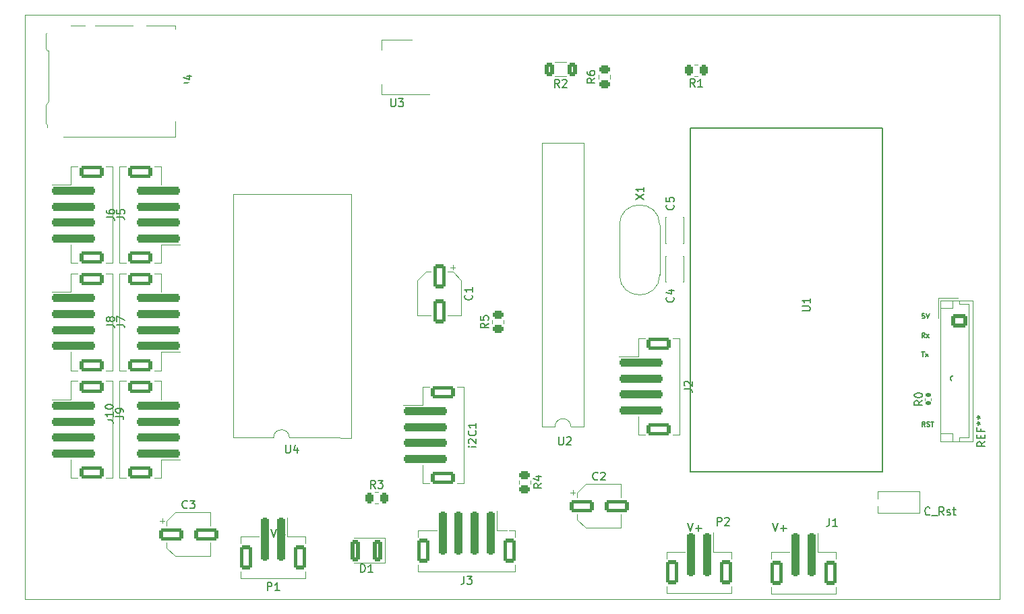
<source format=gbr>
G04 #@! TF.GenerationSoftware,KiCad,Pcbnew,8.0.1*
G04 #@! TF.CreationDate,2024-04-22T13:40:03+07:00*
G04 #@! TF.ProjectId,IncuTester_SMD,496e6375-5465-4737-9465-725f534d442e,rev?*
G04 #@! TF.SameCoordinates,Original*
G04 #@! TF.FileFunction,Legend,Top*
G04 #@! TF.FilePolarity,Positive*
%FSLAX46Y46*%
G04 Gerber Fmt 4.6, Leading zero omitted, Abs format (unit mm)*
G04 Created by KiCad (PCBNEW 8.0.1) date 2024-04-22 13:40:03*
%MOMM*%
%LPD*%
G01*
G04 APERTURE LIST*
G04 Aperture macros list*
%AMRoundRect*
0 Rectangle with rounded corners*
0 $1 Rounding radius*
0 $2 $3 $4 $5 $6 $7 $8 $9 X,Y pos of 4 corners*
0 Add a 4 corners polygon primitive as box body*
4,1,4,$2,$3,$4,$5,$6,$7,$8,$9,$2,$3,0*
0 Add four circle primitives for the rounded corners*
1,1,$1+$1,$2,$3*
1,1,$1+$1,$4,$5*
1,1,$1+$1,$6,$7*
1,1,$1+$1,$8,$9*
0 Add four rect primitives between the rounded corners*
20,1,$1+$1,$2,$3,$4,$5,0*
20,1,$1+$1,$4,$5,$6,$7,0*
20,1,$1+$1,$6,$7,$8,$9,0*
20,1,$1+$1,$8,$9,$2,$3,0*%
G04 Aperture macros list end*
%ADD10C,0.150000*%
%ADD11C,0.120000*%
%ADD12C,0.100000*%
%ADD13R,2.000000X1.500000*%
%ADD14R,2.000000X3.800000*%
%ADD15RoundRect,0.250000X0.250000X2.500000X-0.250000X2.500000X-0.250000X-2.500000X0.250000X-2.500000X0*%
%ADD16RoundRect,0.250000X0.550000X1.250000X-0.550000X1.250000X-0.550000X-1.250000X0.550000X-1.250000X0*%
%ADD17RoundRect,0.250000X-0.450000X0.262500X-0.450000X-0.262500X0.450000X-0.262500X0.450000X0.262500X0*%
%ADD18RoundRect,0.250000X0.262500X0.450000X-0.262500X0.450000X-0.262500X-0.450000X0.262500X-0.450000X0*%
%ADD19C,1.600000*%
%ADD20RoundRect,0.250000X-2.500000X0.250000X-2.500000X-0.250000X2.500000X-0.250000X2.500000X0.250000X0*%
%ADD21RoundRect,0.250000X-1.250000X0.550000X-1.250000X-0.550000X1.250000X-0.550000X1.250000X0.550000X0*%
%ADD22C,3.000000*%
%ADD23RoundRect,0.250000X-0.262500X-0.450000X0.262500X-0.450000X0.262500X0.450000X-0.262500X0.450000X0*%
%ADD24R,2.400000X1.600000*%
%ADD25O,2.400000X1.600000*%
%ADD26R,1.600000X1.600000*%
%ADD27O,1.600000X1.600000*%
%ADD28RoundRect,0.250000X0.450000X-0.262500X0.450000X0.262500X-0.450000X0.262500X-0.450000X-0.262500X0*%
%ADD29C,5.500000*%
%ADD30RoundRect,0.135000X0.185000X-0.135000X0.185000X0.135000X-0.185000X0.135000X-0.185000X-0.135000X0*%
%ADD31RoundRect,0.250000X2.500000X-0.250000X2.500000X0.250000X-2.500000X0.250000X-2.500000X-0.250000X0*%
%ADD32RoundRect,0.250000X1.250000X-0.550000X1.250000X0.550000X-1.250000X0.550000X-1.250000X-0.550000X0*%
%ADD33RoundRect,0.250000X-1.250000X-0.550000X1.250000X-0.550000X1.250000X0.550000X-1.250000X0.550000X0*%
%ADD34RoundRect,0.250000X0.312500X0.625000X-0.312500X0.625000X-0.312500X-0.625000X0.312500X-0.625000X0*%
%ADD35R,1.200000X0.700000*%
%ADD36R,0.800000X1.000000*%
%ADD37R,1.200000X1.000000*%
%ADD38R,2.800000X1.000000*%
%ADD39R,1.900000X1.300000*%
%ADD40C,1.500000*%
%ADD41RoundRect,0.250000X-0.725000X0.600000X-0.725000X-0.600000X0.725000X-0.600000X0.725000X0.600000X0*%
%ADD42O,1.950000X1.700000*%
%ADD43RoundRect,0.250000X0.375000X1.075000X-0.375000X1.075000X-0.375000X-1.075000X0.375000X-1.075000X0*%
%ADD44RoundRect,0.250000X-0.550000X1.250000X-0.550000X-1.250000X0.550000X-1.250000X0.550000X1.250000X0*%
%ADD45C,0.800000*%
G04 #@! TA.AperFunction,Profile*
%ADD46C,0.100000*%
G04 #@! TD*
G04 APERTURE END LIST*
D10*
X208572398Y-113710771D02*
X208372398Y-113425057D01*
X208229541Y-113710771D02*
X208229541Y-113110771D01*
X208229541Y-113110771D02*
X208458112Y-113110771D01*
X208458112Y-113110771D02*
X208515255Y-113139342D01*
X208515255Y-113139342D02*
X208543826Y-113167914D01*
X208543826Y-113167914D02*
X208572398Y-113225057D01*
X208572398Y-113225057D02*
X208572398Y-113310771D01*
X208572398Y-113310771D02*
X208543826Y-113367914D01*
X208543826Y-113367914D02*
X208515255Y-113396485D01*
X208515255Y-113396485D02*
X208458112Y-113425057D01*
X208458112Y-113425057D02*
X208229541Y-113425057D01*
X208800969Y-113682200D02*
X208886684Y-113710771D01*
X208886684Y-113710771D02*
X209029541Y-113710771D01*
X209029541Y-113710771D02*
X209086684Y-113682200D01*
X209086684Y-113682200D02*
X209115255Y-113653628D01*
X209115255Y-113653628D02*
X209143826Y-113596485D01*
X209143826Y-113596485D02*
X209143826Y-113539342D01*
X209143826Y-113539342D02*
X209115255Y-113482200D01*
X209115255Y-113482200D02*
X209086684Y-113453628D01*
X209086684Y-113453628D02*
X209029541Y-113425057D01*
X209029541Y-113425057D02*
X208915255Y-113396485D01*
X208915255Y-113396485D02*
X208858112Y-113367914D01*
X208858112Y-113367914D02*
X208829541Y-113339342D01*
X208829541Y-113339342D02*
X208800969Y-113282200D01*
X208800969Y-113282200D02*
X208800969Y-113225057D01*
X208800969Y-113225057D02*
X208829541Y-113167914D01*
X208829541Y-113167914D02*
X208858112Y-113139342D01*
X208858112Y-113139342D02*
X208915255Y-113110771D01*
X208915255Y-113110771D02*
X209058112Y-113110771D01*
X209058112Y-113110771D02*
X209143826Y-113139342D01*
X209315255Y-113110771D02*
X209658113Y-113110771D01*
X209486684Y-113710771D02*
X209486684Y-113110771D01*
X126431922Y-126631819D02*
X126765255Y-127631819D01*
X126765255Y-127631819D02*
X127098588Y-126631819D01*
X127431922Y-127250866D02*
X128193827Y-127250866D01*
X127812874Y-127631819D02*
X127812874Y-126869914D01*
X178755922Y-125869819D02*
X179089255Y-126869819D01*
X179089255Y-126869819D02*
X179422588Y-125869819D01*
X179755922Y-126488866D02*
X180517827Y-126488866D01*
X180136874Y-126869819D02*
X180136874Y-126107914D01*
X208167826Y-104358771D02*
X208510684Y-104358771D01*
X208339255Y-104958771D02*
X208339255Y-104358771D01*
X208653541Y-104958771D02*
X208967827Y-104558771D01*
X208653541Y-104558771D02*
X208967827Y-104958771D01*
X212115826Y-107377342D02*
X212058684Y-107348771D01*
X212058684Y-107348771D02*
X211972969Y-107348771D01*
X211972969Y-107348771D02*
X211887255Y-107377342D01*
X211887255Y-107377342D02*
X211830112Y-107434485D01*
X211830112Y-107434485D02*
X211801541Y-107491628D01*
X211801541Y-107491628D02*
X211772969Y-107605914D01*
X211772969Y-107605914D02*
X211772969Y-107691628D01*
X211772969Y-107691628D02*
X211801541Y-107805914D01*
X211801541Y-107805914D02*
X211830112Y-107863057D01*
X211830112Y-107863057D02*
X211887255Y-107920200D01*
X211887255Y-107920200D02*
X211972969Y-107948771D01*
X211972969Y-107948771D02*
X212030112Y-107948771D01*
X212030112Y-107948771D02*
X212115826Y-107920200D01*
X212115826Y-107920200D02*
X212144398Y-107891628D01*
X212144398Y-107891628D02*
X212144398Y-107691628D01*
X212144398Y-107691628D02*
X212030112Y-107691628D01*
X212401541Y-107948771D02*
X212401541Y-107348771D01*
X212401541Y-107348771D02*
X212744398Y-107948771D01*
X212744398Y-107948771D02*
X212744398Y-107348771D01*
X213030112Y-107948771D02*
X213030112Y-107348771D01*
X213030112Y-107348771D02*
X213172969Y-107348771D01*
X213172969Y-107348771D02*
X213258683Y-107377342D01*
X213258683Y-107377342D02*
X213315826Y-107434485D01*
X213315826Y-107434485D02*
X213344397Y-107491628D01*
X213344397Y-107491628D02*
X213372969Y-107605914D01*
X213372969Y-107605914D02*
X213372969Y-107691628D01*
X213372969Y-107691628D02*
X213344397Y-107805914D01*
X213344397Y-107805914D02*
X213315826Y-107863057D01*
X213315826Y-107863057D02*
X213258683Y-107920200D01*
X213258683Y-107920200D02*
X213172969Y-107948771D01*
X213172969Y-107948771D02*
X213030112Y-107948771D01*
X189423922Y-125869819D02*
X189757255Y-126869819D01*
X189757255Y-126869819D02*
X190090588Y-125869819D01*
X190423922Y-126488866D02*
X191185827Y-126488866D01*
X190804874Y-126869819D02*
X190804874Y-126107914D01*
X208509255Y-99528771D02*
X208223541Y-99528771D01*
X208223541Y-99528771D02*
X208194969Y-99814485D01*
X208194969Y-99814485D02*
X208223541Y-99785914D01*
X208223541Y-99785914D02*
X208280684Y-99757342D01*
X208280684Y-99757342D02*
X208423541Y-99757342D01*
X208423541Y-99757342D02*
X208480684Y-99785914D01*
X208480684Y-99785914D02*
X208509255Y-99814485D01*
X208509255Y-99814485D02*
X208537826Y-99871628D01*
X208537826Y-99871628D02*
X208537826Y-100014485D01*
X208537826Y-100014485D02*
X208509255Y-100071628D01*
X208509255Y-100071628D02*
X208480684Y-100100200D01*
X208480684Y-100100200D02*
X208423541Y-100128771D01*
X208423541Y-100128771D02*
X208280684Y-100128771D01*
X208280684Y-100128771D02*
X208223541Y-100100200D01*
X208223541Y-100100200D02*
X208194969Y-100071628D01*
X208709255Y-99528771D02*
X208909255Y-100128771D01*
X208909255Y-100128771D02*
X209109255Y-99528771D01*
X208526398Y-102548771D02*
X208326398Y-102263057D01*
X208183541Y-102548771D02*
X208183541Y-101948771D01*
X208183541Y-101948771D02*
X208412112Y-101948771D01*
X208412112Y-101948771D02*
X208469255Y-101977342D01*
X208469255Y-101977342D02*
X208497826Y-102005914D01*
X208497826Y-102005914D02*
X208526398Y-102063057D01*
X208526398Y-102063057D02*
X208526398Y-102148771D01*
X208526398Y-102148771D02*
X208497826Y-102205914D01*
X208497826Y-102205914D02*
X208469255Y-102234485D01*
X208469255Y-102234485D02*
X208412112Y-102263057D01*
X208412112Y-102263057D02*
X208183541Y-102263057D01*
X208726398Y-102548771D02*
X209040684Y-102148771D01*
X208726398Y-102148771D02*
X209040684Y-102548771D01*
X141478095Y-72534819D02*
X141478095Y-73344342D01*
X141478095Y-73344342D02*
X141525714Y-73439580D01*
X141525714Y-73439580D02*
X141573333Y-73487200D01*
X141573333Y-73487200D02*
X141668571Y-73534819D01*
X141668571Y-73534819D02*
X141859047Y-73534819D01*
X141859047Y-73534819D02*
X141954285Y-73487200D01*
X141954285Y-73487200D02*
X142001904Y-73439580D01*
X142001904Y-73439580D02*
X142049523Y-73344342D01*
X142049523Y-73344342D02*
X142049523Y-72534819D01*
X142430476Y-72534819D02*
X143049523Y-72534819D01*
X143049523Y-72534819D02*
X142716190Y-72915771D01*
X142716190Y-72915771D02*
X142859047Y-72915771D01*
X142859047Y-72915771D02*
X142954285Y-72963390D01*
X142954285Y-72963390D02*
X143001904Y-73011009D01*
X143001904Y-73011009D02*
X143049523Y-73106247D01*
X143049523Y-73106247D02*
X143049523Y-73344342D01*
X143049523Y-73344342D02*
X143001904Y-73439580D01*
X143001904Y-73439580D02*
X142954285Y-73487200D01*
X142954285Y-73487200D02*
X142859047Y-73534819D01*
X142859047Y-73534819D02*
X142573333Y-73534819D01*
X142573333Y-73534819D02*
X142478095Y-73487200D01*
X142478095Y-73487200D02*
X142430476Y-73439580D01*
X182461905Y-126154819D02*
X182461905Y-125154819D01*
X182461905Y-125154819D02*
X182842857Y-125154819D01*
X182842857Y-125154819D02*
X182938095Y-125202438D01*
X182938095Y-125202438D02*
X182985714Y-125250057D01*
X182985714Y-125250057D02*
X183033333Y-125345295D01*
X183033333Y-125345295D02*
X183033333Y-125488152D01*
X183033333Y-125488152D02*
X182985714Y-125583390D01*
X182985714Y-125583390D02*
X182938095Y-125631009D01*
X182938095Y-125631009D02*
X182842857Y-125678628D01*
X182842857Y-125678628D02*
X182461905Y-125678628D01*
X183414286Y-125250057D02*
X183461905Y-125202438D01*
X183461905Y-125202438D02*
X183557143Y-125154819D01*
X183557143Y-125154819D02*
X183795238Y-125154819D01*
X183795238Y-125154819D02*
X183890476Y-125202438D01*
X183890476Y-125202438D02*
X183938095Y-125250057D01*
X183938095Y-125250057D02*
X183985714Y-125345295D01*
X183985714Y-125345295D02*
X183985714Y-125440533D01*
X183985714Y-125440533D02*
X183938095Y-125583390D01*
X183938095Y-125583390D02*
X183366667Y-126154819D01*
X183366667Y-126154819D02*
X183985714Y-126154819D01*
X160404819Y-120866666D02*
X159928628Y-121199999D01*
X160404819Y-121438094D02*
X159404819Y-121438094D01*
X159404819Y-121438094D02*
X159404819Y-121057142D01*
X159404819Y-121057142D02*
X159452438Y-120961904D01*
X159452438Y-120961904D02*
X159500057Y-120914285D01*
X159500057Y-120914285D02*
X159595295Y-120866666D01*
X159595295Y-120866666D02*
X159738152Y-120866666D01*
X159738152Y-120866666D02*
X159833390Y-120914285D01*
X159833390Y-120914285D02*
X159881009Y-120961904D01*
X159881009Y-120961904D02*
X159928628Y-121057142D01*
X159928628Y-121057142D02*
X159928628Y-121438094D01*
X159738152Y-120009523D02*
X160404819Y-120009523D01*
X159357200Y-120247618D02*
X160071485Y-120485713D01*
X160071485Y-120485713D02*
X160071485Y-119866666D01*
X150666666Y-132504819D02*
X150666666Y-133219104D01*
X150666666Y-133219104D02*
X150619047Y-133361961D01*
X150619047Y-133361961D02*
X150523809Y-133457200D01*
X150523809Y-133457200D02*
X150380952Y-133504819D01*
X150380952Y-133504819D02*
X150285714Y-133504819D01*
X151047619Y-132504819D02*
X151666666Y-132504819D01*
X151666666Y-132504819D02*
X151333333Y-132885771D01*
X151333333Y-132885771D02*
X151476190Y-132885771D01*
X151476190Y-132885771D02*
X151571428Y-132933390D01*
X151571428Y-132933390D02*
X151619047Y-132981009D01*
X151619047Y-132981009D02*
X151666666Y-133076247D01*
X151666666Y-133076247D02*
X151666666Y-133314342D01*
X151666666Y-133314342D02*
X151619047Y-133409580D01*
X151619047Y-133409580D02*
X151571428Y-133457200D01*
X151571428Y-133457200D02*
X151476190Y-133504819D01*
X151476190Y-133504819D02*
X151190476Y-133504819D01*
X151190476Y-133504819D02*
X151095238Y-133457200D01*
X151095238Y-133457200D02*
X151047619Y-133409580D01*
X179665333Y-71065819D02*
X179332000Y-70589628D01*
X179093905Y-71065819D02*
X179093905Y-70065819D01*
X179093905Y-70065819D02*
X179474857Y-70065819D01*
X179474857Y-70065819D02*
X179570095Y-70113438D01*
X179570095Y-70113438D02*
X179617714Y-70161057D01*
X179617714Y-70161057D02*
X179665333Y-70256295D01*
X179665333Y-70256295D02*
X179665333Y-70399152D01*
X179665333Y-70399152D02*
X179617714Y-70494390D01*
X179617714Y-70494390D02*
X179570095Y-70542009D01*
X179570095Y-70542009D02*
X179474857Y-70589628D01*
X179474857Y-70589628D02*
X179093905Y-70589628D01*
X180617714Y-71065819D02*
X180046286Y-71065819D01*
X180332000Y-71065819D02*
X180332000Y-70065819D01*
X180332000Y-70065819D02*
X180236762Y-70208676D01*
X180236762Y-70208676D02*
X180141524Y-70303914D01*
X180141524Y-70303914D02*
X180046286Y-70351533D01*
X196566666Y-125254819D02*
X196566666Y-125969104D01*
X196566666Y-125969104D02*
X196519047Y-126111961D01*
X196519047Y-126111961D02*
X196423809Y-126207200D01*
X196423809Y-126207200D02*
X196280952Y-126254819D01*
X196280952Y-126254819D02*
X196185714Y-126254819D01*
X197566666Y-126254819D02*
X196995238Y-126254819D01*
X197280952Y-126254819D02*
X197280952Y-125254819D01*
X197280952Y-125254819D02*
X197185714Y-125397676D01*
X197185714Y-125397676D02*
X197090476Y-125492914D01*
X197090476Y-125492914D02*
X196995238Y-125540533D01*
X209170094Y-124749580D02*
X209122475Y-124797200D01*
X209122475Y-124797200D02*
X208979618Y-124844819D01*
X208979618Y-124844819D02*
X208884380Y-124844819D01*
X208884380Y-124844819D02*
X208741523Y-124797200D01*
X208741523Y-124797200D02*
X208646285Y-124701961D01*
X208646285Y-124701961D02*
X208598666Y-124606723D01*
X208598666Y-124606723D02*
X208551047Y-124416247D01*
X208551047Y-124416247D02*
X208551047Y-124273390D01*
X208551047Y-124273390D02*
X208598666Y-124082914D01*
X208598666Y-124082914D02*
X208646285Y-123987676D01*
X208646285Y-123987676D02*
X208741523Y-123892438D01*
X208741523Y-123892438D02*
X208884380Y-123844819D01*
X208884380Y-123844819D02*
X208979618Y-123844819D01*
X208979618Y-123844819D02*
X209122475Y-123892438D01*
X209122475Y-123892438D02*
X209170094Y-123940057D01*
X209360571Y-124940057D02*
X210122475Y-124940057D01*
X210931999Y-124844819D02*
X210598666Y-124368628D01*
X210360571Y-124844819D02*
X210360571Y-123844819D01*
X210360571Y-123844819D02*
X210741523Y-123844819D01*
X210741523Y-123844819D02*
X210836761Y-123892438D01*
X210836761Y-123892438D02*
X210884380Y-123940057D01*
X210884380Y-123940057D02*
X210931999Y-124035295D01*
X210931999Y-124035295D02*
X210931999Y-124178152D01*
X210931999Y-124178152D02*
X210884380Y-124273390D01*
X210884380Y-124273390D02*
X210836761Y-124321009D01*
X210836761Y-124321009D02*
X210741523Y-124368628D01*
X210741523Y-124368628D02*
X210360571Y-124368628D01*
X211312952Y-124797200D02*
X211408190Y-124844819D01*
X211408190Y-124844819D02*
X211598666Y-124844819D01*
X211598666Y-124844819D02*
X211693904Y-124797200D01*
X211693904Y-124797200D02*
X211741523Y-124701961D01*
X211741523Y-124701961D02*
X211741523Y-124654342D01*
X211741523Y-124654342D02*
X211693904Y-124559104D01*
X211693904Y-124559104D02*
X211598666Y-124511485D01*
X211598666Y-124511485D02*
X211455809Y-124511485D01*
X211455809Y-124511485D02*
X211360571Y-124463866D01*
X211360571Y-124463866D02*
X211312952Y-124368628D01*
X211312952Y-124368628D02*
X211312952Y-124321009D01*
X211312952Y-124321009D02*
X211360571Y-124225771D01*
X211360571Y-124225771D02*
X211455809Y-124178152D01*
X211455809Y-124178152D02*
X211598666Y-124178152D01*
X211598666Y-124178152D02*
X211693904Y-124225771D01*
X212027238Y-124178152D02*
X212408190Y-124178152D01*
X212170095Y-123844819D02*
X212170095Y-124701961D01*
X212170095Y-124701961D02*
X212217714Y-124797200D01*
X212217714Y-124797200D02*
X212312952Y-124844819D01*
X212312952Y-124844819D02*
X212408190Y-124844819D01*
X107054819Y-100933333D02*
X107769104Y-100933333D01*
X107769104Y-100933333D02*
X107911961Y-100980952D01*
X107911961Y-100980952D02*
X108007200Y-101076190D01*
X108007200Y-101076190D02*
X108054819Y-101219047D01*
X108054819Y-101219047D02*
X108054819Y-101314285D01*
X107054819Y-100552380D02*
X107054819Y-99885714D01*
X107054819Y-99885714D02*
X108054819Y-100314285D01*
X106904819Y-112433333D02*
X107619104Y-112433333D01*
X107619104Y-112433333D02*
X107761961Y-112480952D01*
X107761961Y-112480952D02*
X107857200Y-112576190D01*
X107857200Y-112576190D02*
X107904819Y-112719047D01*
X107904819Y-112719047D02*
X107904819Y-112814285D01*
X107904819Y-111909523D02*
X107904819Y-111719047D01*
X107904819Y-111719047D02*
X107857200Y-111623809D01*
X107857200Y-111623809D02*
X107809580Y-111576190D01*
X107809580Y-111576190D02*
X107666723Y-111480952D01*
X107666723Y-111480952D02*
X107476247Y-111433333D01*
X107476247Y-111433333D02*
X107095295Y-111433333D01*
X107095295Y-111433333D02*
X107000057Y-111480952D01*
X107000057Y-111480952D02*
X106952438Y-111528571D01*
X106952438Y-111528571D02*
X106904819Y-111623809D01*
X106904819Y-111623809D02*
X106904819Y-111814285D01*
X106904819Y-111814285D02*
X106952438Y-111909523D01*
X106952438Y-111909523D02*
X107000057Y-111957142D01*
X107000057Y-111957142D02*
X107095295Y-112004761D01*
X107095295Y-112004761D02*
X107333390Y-112004761D01*
X107333390Y-112004761D02*
X107428628Y-111957142D01*
X107428628Y-111957142D02*
X107476247Y-111909523D01*
X107476247Y-111909523D02*
X107523866Y-111814285D01*
X107523866Y-111814285D02*
X107523866Y-111623809D01*
X107523866Y-111623809D02*
X107476247Y-111528571D01*
X107476247Y-111528571D02*
X107428628Y-111480952D01*
X107428628Y-111480952D02*
X107333390Y-111433333D01*
X193129819Y-99186904D02*
X193939342Y-99186904D01*
X193939342Y-99186904D02*
X194034580Y-99139285D01*
X194034580Y-99139285D02*
X194082200Y-99091666D01*
X194082200Y-99091666D02*
X194129819Y-98996428D01*
X194129819Y-98996428D02*
X194129819Y-98805952D01*
X194129819Y-98805952D02*
X194082200Y-98710714D01*
X194082200Y-98710714D02*
X194034580Y-98663095D01*
X194034580Y-98663095D02*
X193939342Y-98615476D01*
X193939342Y-98615476D02*
X193129819Y-98615476D01*
X194129819Y-97615476D02*
X194129819Y-98186904D01*
X194129819Y-97901190D02*
X193129819Y-97901190D01*
X193129819Y-97901190D02*
X193272676Y-97996428D01*
X193272676Y-97996428D02*
X193367914Y-98091666D01*
X193367914Y-98091666D02*
X193415533Y-98186904D01*
X139533333Y-121486819D02*
X139200000Y-121010628D01*
X138961905Y-121486819D02*
X138961905Y-120486819D01*
X138961905Y-120486819D02*
X139342857Y-120486819D01*
X139342857Y-120486819D02*
X139438095Y-120534438D01*
X139438095Y-120534438D02*
X139485714Y-120582057D01*
X139485714Y-120582057D02*
X139533333Y-120677295D01*
X139533333Y-120677295D02*
X139533333Y-120820152D01*
X139533333Y-120820152D02*
X139485714Y-120915390D01*
X139485714Y-120915390D02*
X139438095Y-120963009D01*
X139438095Y-120963009D02*
X139342857Y-121010628D01*
X139342857Y-121010628D02*
X138961905Y-121010628D01*
X139866667Y-120486819D02*
X140485714Y-120486819D01*
X140485714Y-120486819D02*
X140152381Y-120867771D01*
X140152381Y-120867771D02*
X140295238Y-120867771D01*
X140295238Y-120867771D02*
X140390476Y-120915390D01*
X140390476Y-120915390D02*
X140438095Y-120963009D01*
X140438095Y-120963009D02*
X140485714Y-121058247D01*
X140485714Y-121058247D02*
X140485714Y-121296342D01*
X140485714Y-121296342D02*
X140438095Y-121391580D01*
X140438095Y-121391580D02*
X140390476Y-121439200D01*
X140390476Y-121439200D02*
X140295238Y-121486819D01*
X140295238Y-121486819D02*
X140009524Y-121486819D01*
X140009524Y-121486819D02*
X139914286Y-121439200D01*
X139914286Y-121439200D02*
X139866667Y-121391580D01*
X128270095Y-116040819D02*
X128270095Y-116850342D01*
X128270095Y-116850342D02*
X128317714Y-116945580D01*
X128317714Y-116945580D02*
X128365333Y-116993200D01*
X128365333Y-116993200D02*
X128460571Y-117040819D01*
X128460571Y-117040819D02*
X128651047Y-117040819D01*
X128651047Y-117040819D02*
X128746285Y-116993200D01*
X128746285Y-116993200D02*
X128793904Y-116945580D01*
X128793904Y-116945580D02*
X128841523Y-116850342D01*
X128841523Y-116850342D02*
X128841523Y-116040819D01*
X129746285Y-116374152D02*
X129746285Y-117040819D01*
X129508190Y-115993200D02*
X129270095Y-116707485D01*
X129270095Y-116707485D02*
X129889142Y-116707485D01*
X162560095Y-115024819D02*
X162560095Y-115834342D01*
X162560095Y-115834342D02*
X162607714Y-115929580D01*
X162607714Y-115929580D02*
X162655333Y-115977200D01*
X162655333Y-115977200D02*
X162750571Y-116024819D01*
X162750571Y-116024819D02*
X162941047Y-116024819D01*
X162941047Y-116024819D02*
X163036285Y-115977200D01*
X163036285Y-115977200D02*
X163083904Y-115929580D01*
X163083904Y-115929580D02*
X163131523Y-115834342D01*
X163131523Y-115834342D02*
X163131523Y-115024819D01*
X163560095Y-115120057D02*
X163607714Y-115072438D01*
X163607714Y-115072438D02*
X163702952Y-115024819D01*
X163702952Y-115024819D02*
X163941047Y-115024819D01*
X163941047Y-115024819D02*
X164036285Y-115072438D01*
X164036285Y-115072438D02*
X164083904Y-115120057D01*
X164083904Y-115120057D02*
X164131523Y-115215295D01*
X164131523Y-115215295D02*
X164131523Y-115310533D01*
X164131523Y-115310533D02*
X164083904Y-115453390D01*
X164083904Y-115453390D02*
X163512476Y-116024819D01*
X163512476Y-116024819D02*
X164131523Y-116024819D01*
X153744819Y-100750666D02*
X153268628Y-101083999D01*
X153744819Y-101322094D02*
X152744819Y-101322094D01*
X152744819Y-101322094D02*
X152744819Y-100941142D01*
X152744819Y-100941142D02*
X152792438Y-100845904D01*
X152792438Y-100845904D02*
X152840057Y-100798285D01*
X152840057Y-100798285D02*
X152935295Y-100750666D01*
X152935295Y-100750666D02*
X153078152Y-100750666D01*
X153078152Y-100750666D02*
X153173390Y-100798285D01*
X153173390Y-100798285D02*
X153221009Y-100845904D01*
X153221009Y-100845904D02*
X153268628Y-100941142D01*
X153268628Y-100941142D02*
X153268628Y-101322094D01*
X152744819Y-99845904D02*
X152744819Y-100322094D01*
X152744819Y-100322094D02*
X153221009Y-100369713D01*
X153221009Y-100369713D02*
X153173390Y-100322094D01*
X153173390Y-100322094D02*
X153125771Y-100226856D01*
X153125771Y-100226856D02*
X153125771Y-99988761D01*
X153125771Y-99988761D02*
X153173390Y-99893523D01*
X153173390Y-99893523D02*
X153221009Y-99845904D01*
X153221009Y-99845904D02*
X153316247Y-99798285D01*
X153316247Y-99798285D02*
X153554342Y-99798285D01*
X153554342Y-99798285D02*
X153649580Y-99845904D01*
X153649580Y-99845904D02*
X153697200Y-99893523D01*
X153697200Y-99893523D02*
X153744819Y-99988761D01*
X153744819Y-99988761D02*
X153744819Y-100226856D01*
X153744819Y-100226856D02*
X153697200Y-100322094D01*
X153697200Y-100322094D02*
X153649580Y-100369713D01*
X208234819Y-110456666D02*
X207758628Y-110789999D01*
X208234819Y-111028094D02*
X207234819Y-111028094D01*
X207234819Y-111028094D02*
X207234819Y-110647142D01*
X207234819Y-110647142D02*
X207282438Y-110551904D01*
X207282438Y-110551904D02*
X207330057Y-110504285D01*
X207330057Y-110504285D02*
X207425295Y-110456666D01*
X207425295Y-110456666D02*
X207568152Y-110456666D01*
X207568152Y-110456666D02*
X207663390Y-110504285D01*
X207663390Y-110504285D02*
X207711009Y-110551904D01*
X207711009Y-110551904D02*
X207758628Y-110647142D01*
X207758628Y-110647142D02*
X207758628Y-111028094D01*
X207234819Y-109837618D02*
X207234819Y-109742380D01*
X207234819Y-109742380D02*
X207282438Y-109647142D01*
X207282438Y-109647142D02*
X207330057Y-109599523D01*
X207330057Y-109599523D02*
X207425295Y-109551904D01*
X207425295Y-109551904D02*
X207615771Y-109504285D01*
X207615771Y-109504285D02*
X207853866Y-109504285D01*
X207853866Y-109504285D02*
X208044342Y-109551904D01*
X208044342Y-109551904D02*
X208139580Y-109599523D01*
X208139580Y-109599523D02*
X208187200Y-109647142D01*
X208187200Y-109647142D02*
X208234819Y-109742380D01*
X208234819Y-109742380D02*
X208234819Y-109837618D01*
X208234819Y-109837618D02*
X208187200Y-109932856D01*
X208187200Y-109932856D02*
X208139580Y-109980475D01*
X208139580Y-109980475D02*
X208044342Y-110028094D01*
X208044342Y-110028094D02*
X207853866Y-110075713D01*
X207853866Y-110075713D02*
X207615771Y-110075713D01*
X207615771Y-110075713D02*
X207425295Y-110028094D01*
X207425295Y-110028094D02*
X207330057Y-109980475D01*
X207330057Y-109980475D02*
X207282438Y-109932856D01*
X207282438Y-109932856D02*
X207234819Y-109837618D01*
X178304819Y-109033333D02*
X179019104Y-109033333D01*
X179019104Y-109033333D02*
X179161961Y-109080952D01*
X179161961Y-109080952D02*
X179257200Y-109176190D01*
X179257200Y-109176190D02*
X179304819Y-109319047D01*
X179304819Y-109319047D02*
X179304819Y-109414285D01*
X178400057Y-108604761D02*
X178352438Y-108557142D01*
X178352438Y-108557142D02*
X178304819Y-108461904D01*
X178304819Y-108461904D02*
X178304819Y-108223809D01*
X178304819Y-108223809D02*
X178352438Y-108128571D01*
X178352438Y-108128571D02*
X178400057Y-108080952D01*
X178400057Y-108080952D02*
X178495295Y-108033333D01*
X178495295Y-108033333D02*
X178590533Y-108033333D01*
X178590533Y-108033333D02*
X178733390Y-108080952D01*
X178733390Y-108080952D02*
X179304819Y-108652380D01*
X179304819Y-108652380D02*
X179304819Y-108033333D01*
X125961905Y-134304819D02*
X125961905Y-133304819D01*
X125961905Y-133304819D02*
X126342857Y-133304819D01*
X126342857Y-133304819D02*
X126438095Y-133352438D01*
X126438095Y-133352438D02*
X126485714Y-133400057D01*
X126485714Y-133400057D02*
X126533333Y-133495295D01*
X126533333Y-133495295D02*
X126533333Y-133638152D01*
X126533333Y-133638152D02*
X126485714Y-133733390D01*
X126485714Y-133733390D02*
X126438095Y-133781009D01*
X126438095Y-133781009D02*
X126342857Y-133828628D01*
X126342857Y-133828628D02*
X125961905Y-133828628D01*
X127485714Y-134304819D02*
X126914286Y-134304819D01*
X127200000Y-134304819D02*
X127200000Y-133304819D01*
X127200000Y-133304819D02*
X127104762Y-133447676D01*
X127104762Y-133447676D02*
X127009524Y-133542914D01*
X127009524Y-133542914D02*
X126914286Y-133590533D01*
X107054819Y-87433333D02*
X107769104Y-87433333D01*
X107769104Y-87433333D02*
X107911961Y-87480952D01*
X107911961Y-87480952D02*
X108007200Y-87576190D01*
X108007200Y-87576190D02*
X108054819Y-87719047D01*
X108054819Y-87719047D02*
X108054819Y-87814285D01*
X107054819Y-86480952D02*
X107054819Y-86957142D01*
X107054819Y-86957142D02*
X107531009Y-87004761D01*
X107531009Y-87004761D02*
X107483390Y-86957142D01*
X107483390Y-86957142D02*
X107435771Y-86861904D01*
X107435771Y-86861904D02*
X107435771Y-86623809D01*
X107435771Y-86623809D02*
X107483390Y-86528571D01*
X107483390Y-86528571D02*
X107531009Y-86480952D01*
X107531009Y-86480952D02*
X107626247Y-86433333D01*
X107626247Y-86433333D02*
X107864342Y-86433333D01*
X107864342Y-86433333D02*
X107959580Y-86480952D01*
X107959580Y-86480952D02*
X108007200Y-86528571D01*
X108007200Y-86528571D02*
X108054819Y-86623809D01*
X108054819Y-86623809D02*
X108054819Y-86861904D01*
X108054819Y-86861904D02*
X108007200Y-86957142D01*
X108007200Y-86957142D02*
X107959580Y-87004761D01*
X105604819Y-112909523D02*
X106319104Y-112909523D01*
X106319104Y-112909523D02*
X106461961Y-112957142D01*
X106461961Y-112957142D02*
X106557200Y-113052380D01*
X106557200Y-113052380D02*
X106604819Y-113195237D01*
X106604819Y-113195237D02*
X106604819Y-113290475D01*
X106604819Y-111909523D02*
X106604819Y-112480951D01*
X106604819Y-112195237D02*
X105604819Y-112195237D01*
X105604819Y-112195237D02*
X105747676Y-112290475D01*
X105747676Y-112290475D02*
X105842914Y-112385713D01*
X105842914Y-112385713D02*
X105890533Y-112480951D01*
X105604819Y-111290475D02*
X105604819Y-111195237D01*
X105604819Y-111195237D02*
X105652438Y-111099999D01*
X105652438Y-111099999D02*
X105700057Y-111052380D01*
X105700057Y-111052380D02*
X105795295Y-111004761D01*
X105795295Y-111004761D02*
X105985771Y-110957142D01*
X105985771Y-110957142D02*
X106223866Y-110957142D01*
X106223866Y-110957142D02*
X106414342Y-111004761D01*
X106414342Y-111004761D02*
X106509580Y-111052380D01*
X106509580Y-111052380D02*
X106557200Y-111099999D01*
X106557200Y-111099999D02*
X106604819Y-111195237D01*
X106604819Y-111195237D02*
X106604819Y-111290475D01*
X106604819Y-111290475D02*
X106557200Y-111385713D01*
X106557200Y-111385713D02*
X106509580Y-111433332D01*
X106509580Y-111433332D02*
X106414342Y-111480951D01*
X106414342Y-111480951D02*
X106223866Y-111528570D01*
X106223866Y-111528570D02*
X105985771Y-111528570D01*
X105985771Y-111528570D02*
X105795295Y-111480951D01*
X105795295Y-111480951D02*
X105700057Y-111433332D01*
X105700057Y-111433332D02*
X105652438Y-111385713D01*
X105652438Y-111385713D02*
X105604819Y-111290475D01*
X105754819Y-100933333D02*
X106469104Y-100933333D01*
X106469104Y-100933333D02*
X106611961Y-100980952D01*
X106611961Y-100980952D02*
X106707200Y-101076190D01*
X106707200Y-101076190D02*
X106754819Y-101219047D01*
X106754819Y-101219047D02*
X106754819Y-101314285D01*
X106183390Y-100314285D02*
X106135771Y-100409523D01*
X106135771Y-100409523D02*
X106088152Y-100457142D01*
X106088152Y-100457142D02*
X105992914Y-100504761D01*
X105992914Y-100504761D02*
X105945295Y-100504761D01*
X105945295Y-100504761D02*
X105850057Y-100457142D01*
X105850057Y-100457142D02*
X105802438Y-100409523D01*
X105802438Y-100409523D02*
X105754819Y-100314285D01*
X105754819Y-100314285D02*
X105754819Y-100123809D01*
X105754819Y-100123809D02*
X105802438Y-100028571D01*
X105802438Y-100028571D02*
X105850057Y-99980952D01*
X105850057Y-99980952D02*
X105945295Y-99933333D01*
X105945295Y-99933333D02*
X105992914Y-99933333D01*
X105992914Y-99933333D02*
X106088152Y-99980952D01*
X106088152Y-99980952D02*
X106135771Y-100028571D01*
X106135771Y-100028571D02*
X106183390Y-100123809D01*
X106183390Y-100123809D02*
X106183390Y-100314285D01*
X106183390Y-100314285D02*
X106231009Y-100409523D01*
X106231009Y-100409523D02*
X106278628Y-100457142D01*
X106278628Y-100457142D02*
X106373866Y-100504761D01*
X106373866Y-100504761D02*
X106564342Y-100504761D01*
X106564342Y-100504761D02*
X106659580Y-100457142D01*
X106659580Y-100457142D02*
X106707200Y-100409523D01*
X106707200Y-100409523D02*
X106754819Y-100314285D01*
X106754819Y-100314285D02*
X106754819Y-100123809D01*
X106754819Y-100123809D02*
X106707200Y-100028571D01*
X106707200Y-100028571D02*
X106659580Y-99980952D01*
X106659580Y-99980952D02*
X106564342Y-99933333D01*
X106564342Y-99933333D02*
X106373866Y-99933333D01*
X106373866Y-99933333D02*
X106278628Y-99980952D01*
X106278628Y-99980952D02*
X106231009Y-100028571D01*
X106231009Y-100028571D02*
X106183390Y-100123809D01*
X115911333Y-123913580D02*
X115863714Y-123961200D01*
X115863714Y-123961200D02*
X115720857Y-124008819D01*
X115720857Y-124008819D02*
X115625619Y-124008819D01*
X115625619Y-124008819D02*
X115482762Y-123961200D01*
X115482762Y-123961200D02*
X115387524Y-123865961D01*
X115387524Y-123865961D02*
X115339905Y-123770723D01*
X115339905Y-123770723D02*
X115292286Y-123580247D01*
X115292286Y-123580247D02*
X115292286Y-123437390D01*
X115292286Y-123437390D02*
X115339905Y-123246914D01*
X115339905Y-123246914D02*
X115387524Y-123151676D01*
X115387524Y-123151676D02*
X115482762Y-123056438D01*
X115482762Y-123056438D02*
X115625619Y-123008819D01*
X115625619Y-123008819D02*
X115720857Y-123008819D01*
X115720857Y-123008819D02*
X115863714Y-123056438D01*
X115863714Y-123056438D02*
X115911333Y-123104057D01*
X116244667Y-123008819D02*
X116863714Y-123008819D01*
X116863714Y-123008819D02*
X116530381Y-123389771D01*
X116530381Y-123389771D02*
X116673238Y-123389771D01*
X116673238Y-123389771D02*
X116768476Y-123437390D01*
X116768476Y-123437390D02*
X116816095Y-123485009D01*
X116816095Y-123485009D02*
X116863714Y-123580247D01*
X116863714Y-123580247D02*
X116863714Y-123818342D01*
X116863714Y-123818342D02*
X116816095Y-123913580D01*
X116816095Y-123913580D02*
X116768476Y-123961200D01*
X116768476Y-123961200D02*
X116673238Y-124008819D01*
X116673238Y-124008819D02*
X116387524Y-124008819D01*
X116387524Y-124008819D02*
X116292286Y-123961200D01*
X116292286Y-123961200D02*
X116244667Y-123913580D01*
X162647333Y-71108819D02*
X162314000Y-70632628D01*
X162075905Y-71108819D02*
X162075905Y-70108819D01*
X162075905Y-70108819D02*
X162456857Y-70108819D01*
X162456857Y-70108819D02*
X162552095Y-70156438D01*
X162552095Y-70156438D02*
X162599714Y-70204057D01*
X162599714Y-70204057D02*
X162647333Y-70299295D01*
X162647333Y-70299295D02*
X162647333Y-70442152D01*
X162647333Y-70442152D02*
X162599714Y-70537390D01*
X162599714Y-70537390D02*
X162552095Y-70585009D01*
X162552095Y-70585009D02*
X162456857Y-70632628D01*
X162456857Y-70632628D02*
X162075905Y-70632628D01*
X163028286Y-70204057D02*
X163075905Y-70156438D01*
X163075905Y-70156438D02*
X163171143Y-70108819D01*
X163171143Y-70108819D02*
X163409238Y-70108819D01*
X163409238Y-70108819D02*
X163504476Y-70156438D01*
X163504476Y-70156438D02*
X163552095Y-70204057D01*
X163552095Y-70204057D02*
X163599714Y-70299295D01*
X163599714Y-70299295D02*
X163599714Y-70394533D01*
X163599714Y-70394533D02*
X163552095Y-70537390D01*
X163552095Y-70537390D02*
X162980667Y-71108819D01*
X162980667Y-71108819D02*
X163599714Y-71108819D01*
X167104819Y-69966666D02*
X166628628Y-70299999D01*
X167104819Y-70538094D02*
X166104819Y-70538094D01*
X166104819Y-70538094D02*
X166104819Y-70157142D01*
X166104819Y-70157142D02*
X166152438Y-70061904D01*
X166152438Y-70061904D02*
X166200057Y-70014285D01*
X166200057Y-70014285D02*
X166295295Y-69966666D01*
X166295295Y-69966666D02*
X166438152Y-69966666D01*
X166438152Y-69966666D02*
X166533390Y-70014285D01*
X166533390Y-70014285D02*
X166581009Y-70061904D01*
X166581009Y-70061904D02*
X166628628Y-70157142D01*
X166628628Y-70157142D02*
X166628628Y-70538094D01*
X166104819Y-69109523D02*
X166104819Y-69299999D01*
X166104819Y-69299999D02*
X166152438Y-69395237D01*
X166152438Y-69395237D02*
X166200057Y-69442856D01*
X166200057Y-69442856D02*
X166342914Y-69538094D01*
X166342914Y-69538094D02*
X166533390Y-69585713D01*
X166533390Y-69585713D02*
X166914342Y-69585713D01*
X166914342Y-69585713D02*
X167009580Y-69538094D01*
X167009580Y-69538094D02*
X167057200Y-69490475D01*
X167057200Y-69490475D02*
X167104819Y-69395237D01*
X167104819Y-69395237D02*
X167104819Y-69204761D01*
X167104819Y-69204761D02*
X167057200Y-69109523D01*
X167057200Y-69109523D02*
X167009580Y-69061904D01*
X167009580Y-69061904D02*
X166914342Y-69014285D01*
X166914342Y-69014285D02*
X166676247Y-69014285D01*
X166676247Y-69014285D02*
X166581009Y-69061904D01*
X166581009Y-69061904D02*
X166533390Y-69109523D01*
X166533390Y-69109523D02*
X166485771Y-69204761D01*
X166485771Y-69204761D02*
X166485771Y-69395237D01*
X166485771Y-69395237D02*
X166533390Y-69490475D01*
X166533390Y-69490475D02*
X166581009Y-69538094D01*
X166581009Y-69538094D02*
X166676247Y-69585713D01*
X176959580Y-85866666D02*
X177007200Y-85914285D01*
X177007200Y-85914285D02*
X177054819Y-86057142D01*
X177054819Y-86057142D02*
X177054819Y-86152380D01*
X177054819Y-86152380D02*
X177007200Y-86295237D01*
X177007200Y-86295237D02*
X176911961Y-86390475D01*
X176911961Y-86390475D02*
X176816723Y-86438094D01*
X176816723Y-86438094D02*
X176626247Y-86485713D01*
X176626247Y-86485713D02*
X176483390Y-86485713D01*
X176483390Y-86485713D02*
X176292914Y-86438094D01*
X176292914Y-86438094D02*
X176197676Y-86390475D01*
X176197676Y-86390475D02*
X176102438Y-86295237D01*
X176102438Y-86295237D02*
X176054819Y-86152380D01*
X176054819Y-86152380D02*
X176054819Y-86057142D01*
X176054819Y-86057142D02*
X176102438Y-85914285D01*
X176102438Y-85914285D02*
X176150057Y-85866666D01*
X176054819Y-84961904D02*
X176054819Y-85438094D01*
X176054819Y-85438094D02*
X176531009Y-85485713D01*
X176531009Y-85485713D02*
X176483390Y-85438094D01*
X176483390Y-85438094D02*
X176435771Y-85342856D01*
X176435771Y-85342856D02*
X176435771Y-85104761D01*
X176435771Y-85104761D02*
X176483390Y-85009523D01*
X176483390Y-85009523D02*
X176531009Y-84961904D01*
X176531009Y-84961904D02*
X176626247Y-84914285D01*
X176626247Y-84914285D02*
X176864342Y-84914285D01*
X176864342Y-84914285D02*
X176959580Y-84961904D01*
X176959580Y-84961904D02*
X177007200Y-85009523D01*
X177007200Y-85009523D02*
X177054819Y-85104761D01*
X177054819Y-85104761D02*
X177054819Y-85342856D01*
X177054819Y-85342856D02*
X177007200Y-85438094D01*
X177007200Y-85438094D02*
X176959580Y-85485713D01*
X167473333Y-120357580D02*
X167425714Y-120405200D01*
X167425714Y-120405200D02*
X167282857Y-120452819D01*
X167282857Y-120452819D02*
X167187619Y-120452819D01*
X167187619Y-120452819D02*
X167044762Y-120405200D01*
X167044762Y-120405200D02*
X166949524Y-120309961D01*
X166949524Y-120309961D02*
X166901905Y-120214723D01*
X166901905Y-120214723D02*
X166854286Y-120024247D01*
X166854286Y-120024247D02*
X166854286Y-119881390D01*
X166854286Y-119881390D02*
X166901905Y-119690914D01*
X166901905Y-119690914D02*
X166949524Y-119595676D01*
X166949524Y-119595676D02*
X167044762Y-119500438D01*
X167044762Y-119500438D02*
X167187619Y-119452819D01*
X167187619Y-119452819D02*
X167282857Y-119452819D01*
X167282857Y-119452819D02*
X167425714Y-119500438D01*
X167425714Y-119500438D02*
X167473333Y-119548057D01*
X167854286Y-119548057D02*
X167901905Y-119500438D01*
X167901905Y-119500438D02*
X167997143Y-119452819D01*
X167997143Y-119452819D02*
X168235238Y-119452819D01*
X168235238Y-119452819D02*
X168330476Y-119500438D01*
X168330476Y-119500438D02*
X168378095Y-119548057D01*
X168378095Y-119548057D02*
X168425714Y-119643295D01*
X168425714Y-119643295D02*
X168425714Y-119738533D01*
X168425714Y-119738533D02*
X168378095Y-119881390D01*
X168378095Y-119881390D02*
X167806667Y-120452819D01*
X167806667Y-120452819D02*
X168425714Y-120452819D01*
X176959580Y-97466666D02*
X177007200Y-97514285D01*
X177007200Y-97514285D02*
X177054819Y-97657142D01*
X177054819Y-97657142D02*
X177054819Y-97752380D01*
X177054819Y-97752380D02*
X177007200Y-97895237D01*
X177007200Y-97895237D02*
X176911961Y-97990475D01*
X176911961Y-97990475D02*
X176816723Y-98038094D01*
X176816723Y-98038094D02*
X176626247Y-98085713D01*
X176626247Y-98085713D02*
X176483390Y-98085713D01*
X176483390Y-98085713D02*
X176292914Y-98038094D01*
X176292914Y-98038094D02*
X176197676Y-97990475D01*
X176197676Y-97990475D02*
X176102438Y-97895237D01*
X176102438Y-97895237D02*
X176054819Y-97752380D01*
X176054819Y-97752380D02*
X176054819Y-97657142D01*
X176054819Y-97657142D02*
X176102438Y-97514285D01*
X176102438Y-97514285D02*
X176150057Y-97466666D01*
X176388152Y-96609523D02*
X177054819Y-96609523D01*
X176007200Y-96847618D02*
X176721485Y-97085713D01*
X176721485Y-97085713D02*
X176721485Y-96466666D01*
X115472819Y-70583333D02*
X116187104Y-70583333D01*
X116187104Y-70583333D02*
X116329961Y-70630952D01*
X116329961Y-70630952D02*
X116425200Y-70726190D01*
X116425200Y-70726190D02*
X116472819Y-70869047D01*
X116472819Y-70869047D02*
X116472819Y-70964285D01*
X115806152Y-69678571D02*
X116472819Y-69678571D01*
X115425200Y-69916666D02*
X116139485Y-70154761D01*
X116139485Y-70154761D02*
X116139485Y-69535714D01*
X172254819Y-85209523D02*
X173254819Y-84542857D01*
X172254819Y-84542857D02*
X173254819Y-85209523D01*
X173254819Y-83638095D02*
X173254819Y-84209523D01*
X173254819Y-83923809D02*
X172254819Y-83923809D01*
X172254819Y-83923809D02*
X172397676Y-84019047D01*
X172397676Y-84019047D02*
X172492914Y-84114285D01*
X172492914Y-84114285D02*
X172540533Y-84209523D01*
X152204819Y-116252380D02*
X151538152Y-116252380D01*
X151204819Y-116252380D02*
X151252438Y-116299999D01*
X151252438Y-116299999D02*
X151300057Y-116252380D01*
X151300057Y-116252380D02*
X151252438Y-116204761D01*
X151252438Y-116204761D02*
X151204819Y-116252380D01*
X151204819Y-116252380D02*
X151300057Y-116252380D01*
X151300057Y-115823809D02*
X151252438Y-115776190D01*
X151252438Y-115776190D02*
X151204819Y-115680952D01*
X151204819Y-115680952D02*
X151204819Y-115442857D01*
X151204819Y-115442857D02*
X151252438Y-115347619D01*
X151252438Y-115347619D02*
X151300057Y-115300000D01*
X151300057Y-115300000D02*
X151395295Y-115252381D01*
X151395295Y-115252381D02*
X151490533Y-115252381D01*
X151490533Y-115252381D02*
X151633390Y-115300000D01*
X151633390Y-115300000D02*
X152204819Y-115871428D01*
X152204819Y-115871428D02*
X152204819Y-115252381D01*
X152109580Y-114252381D02*
X152157200Y-114300000D01*
X152157200Y-114300000D02*
X152204819Y-114442857D01*
X152204819Y-114442857D02*
X152204819Y-114538095D01*
X152204819Y-114538095D02*
X152157200Y-114680952D01*
X152157200Y-114680952D02*
X152061961Y-114776190D01*
X152061961Y-114776190D02*
X151966723Y-114823809D01*
X151966723Y-114823809D02*
X151776247Y-114871428D01*
X151776247Y-114871428D02*
X151633390Y-114871428D01*
X151633390Y-114871428D02*
X151442914Y-114823809D01*
X151442914Y-114823809D02*
X151347676Y-114776190D01*
X151347676Y-114776190D02*
X151252438Y-114680952D01*
X151252438Y-114680952D02*
X151204819Y-114538095D01*
X151204819Y-114538095D02*
X151204819Y-114442857D01*
X151204819Y-114442857D02*
X151252438Y-114300000D01*
X151252438Y-114300000D02*
X151300057Y-114252381D01*
X152204819Y-113300000D02*
X152204819Y-113871428D01*
X152204819Y-113585714D02*
X151204819Y-113585714D01*
X151204819Y-113585714D02*
X151347676Y-113680952D01*
X151347676Y-113680952D02*
X151442914Y-113776190D01*
X151442914Y-113776190D02*
X151490533Y-113871428D01*
X105754819Y-87433333D02*
X106469104Y-87433333D01*
X106469104Y-87433333D02*
X106611961Y-87480952D01*
X106611961Y-87480952D02*
X106707200Y-87576190D01*
X106707200Y-87576190D02*
X106754819Y-87719047D01*
X106754819Y-87719047D02*
X106754819Y-87814285D01*
X105754819Y-86528571D02*
X105754819Y-86719047D01*
X105754819Y-86719047D02*
X105802438Y-86814285D01*
X105802438Y-86814285D02*
X105850057Y-86861904D01*
X105850057Y-86861904D02*
X105992914Y-86957142D01*
X105992914Y-86957142D02*
X106183390Y-87004761D01*
X106183390Y-87004761D02*
X106564342Y-87004761D01*
X106564342Y-87004761D02*
X106659580Y-86957142D01*
X106659580Y-86957142D02*
X106707200Y-86909523D01*
X106707200Y-86909523D02*
X106754819Y-86814285D01*
X106754819Y-86814285D02*
X106754819Y-86623809D01*
X106754819Y-86623809D02*
X106707200Y-86528571D01*
X106707200Y-86528571D02*
X106659580Y-86480952D01*
X106659580Y-86480952D02*
X106564342Y-86433333D01*
X106564342Y-86433333D02*
X106326247Y-86433333D01*
X106326247Y-86433333D02*
X106231009Y-86480952D01*
X106231009Y-86480952D02*
X106183390Y-86528571D01*
X106183390Y-86528571D02*
X106135771Y-86623809D01*
X106135771Y-86623809D02*
X106135771Y-86814285D01*
X106135771Y-86814285D02*
X106183390Y-86909523D01*
X106183390Y-86909523D02*
X106231009Y-86957142D01*
X106231009Y-86957142D02*
X106326247Y-87004761D01*
X216106819Y-115633333D02*
X215630628Y-115966666D01*
X216106819Y-116204761D02*
X215106819Y-116204761D01*
X215106819Y-116204761D02*
X215106819Y-115823809D01*
X215106819Y-115823809D02*
X215154438Y-115728571D01*
X215154438Y-115728571D02*
X215202057Y-115680952D01*
X215202057Y-115680952D02*
X215297295Y-115633333D01*
X215297295Y-115633333D02*
X215440152Y-115633333D01*
X215440152Y-115633333D02*
X215535390Y-115680952D01*
X215535390Y-115680952D02*
X215583009Y-115728571D01*
X215583009Y-115728571D02*
X215630628Y-115823809D01*
X215630628Y-115823809D02*
X215630628Y-116204761D01*
X215583009Y-115204761D02*
X215583009Y-114871428D01*
X216106819Y-114728571D02*
X216106819Y-115204761D01*
X216106819Y-115204761D02*
X215106819Y-115204761D01*
X215106819Y-115204761D02*
X215106819Y-114728571D01*
X215583009Y-113966666D02*
X215583009Y-114299999D01*
X216106819Y-114299999D02*
X215106819Y-114299999D01*
X215106819Y-114299999D02*
X215106819Y-113823809D01*
X215106819Y-113299999D02*
X215344914Y-113299999D01*
X215249676Y-113538094D02*
X215344914Y-113299999D01*
X215344914Y-113299999D02*
X215249676Y-113061904D01*
X215535390Y-113442856D02*
X215344914Y-113299999D01*
X215344914Y-113299999D02*
X215535390Y-113157142D01*
X215106819Y-112538094D02*
X215344914Y-112538094D01*
X215249676Y-112776189D02*
X215344914Y-112538094D01*
X215344914Y-112538094D02*
X215249676Y-112299999D01*
X215535390Y-112680951D02*
X215344914Y-112538094D01*
X215344914Y-112538094D02*
X215535390Y-112395237D01*
X137691905Y-132020819D02*
X137691905Y-131020819D01*
X137691905Y-131020819D02*
X137930000Y-131020819D01*
X137930000Y-131020819D02*
X138072857Y-131068438D01*
X138072857Y-131068438D02*
X138168095Y-131163676D01*
X138168095Y-131163676D02*
X138215714Y-131258914D01*
X138215714Y-131258914D02*
X138263333Y-131449390D01*
X138263333Y-131449390D02*
X138263333Y-131592247D01*
X138263333Y-131592247D02*
X138215714Y-131782723D01*
X138215714Y-131782723D02*
X138168095Y-131877961D01*
X138168095Y-131877961D02*
X138072857Y-131973200D01*
X138072857Y-131973200D02*
X137930000Y-132020819D01*
X137930000Y-132020819D02*
X137691905Y-132020819D01*
X139215714Y-132020819D02*
X138644286Y-132020819D01*
X138930000Y-132020819D02*
X138930000Y-131020819D01*
X138930000Y-131020819D02*
X138834762Y-131163676D01*
X138834762Y-131163676D02*
X138739524Y-131258914D01*
X138739524Y-131258914D02*
X138644286Y-131306533D01*
X151633580Y-97194666D02*
X151681200Y-97242285D01*
X151681200Y-97242285D02*
X151728819Y-97385142D01*
X151728819Y-97385142D02*
X151728819Y-97480380D01*
X151728819Y-97480380D02*
X151681200Y-97623237D01*
X151681200Y-97623237D02*
X151585961Y-97718475D01*
X151585961Y-97718475D02*
X151490723Y-97766094D01*
X151490723Y-97766094D02*
X151300247Y-97813713D01*
X151300247Y-97813713D02*
X151157390Y-97813713D01*
X151157390Y-97813713D02*
X150966914Y-97766094D01*
X150966914Y-97766094D02*
X150871676Y-97718475D01*
X150871676Y-97718475D02*
X150776438Y-97623237D01*
X150776438Y-97623237D02*
X150728819Y-97480380D01*
X150728819Y-97480380D02*
X150728819Y-97385142D01*
X150728819Y-97385142D02*
X150776438Y-97242285D01*
X150776438Y-97242285D02*
X150824057Y-97194666D01*
X151728819Y-96242285D02*
X151728819Y-96813713D01*
X151728819Y-96527999D02*
X150728819Y-96527999D01*
X150728819Y-96527999D02*
X150871676Y-96623237D01*
X150871676Y-96623237D02*
X150966914Y-96718475D01*
X150966914Y-96718475D02*
X151014533Y-96813713D01*
D11*
X140330000Y-65170000D02*
X140330000Y-66430000D01*
X140330000Y-71990000D02*
X140330000Y-70730000D01*
X144090000Y-65170000D02*
X140330000Y-65170000D01*
X146340000Y-71990000D02*
X140330000Y-71990000D01*
X176115000Y-129440000D02*
X178440000Y-129440000D01*
X176115000Y-130290000D02*
X176115000Y-129440000D01*
X176115000Y-134660000D02*
X176115000Y-133810000D01*
X181960000Y-129440000D02*
X181960000Y-127050000D01*
X184285000Y-129440000D02*
X181960000Y-129440000D01*
X184285000Y-130290000D02*
X184285000Y-129440000D01*
X184285000Y-133810000D02*
X184285000Y-134660000D01*
X184285000Y-134660000D02*
X176115000Y-134660000D01*
X157565000Y-120472936D02*
X157565000Y-120927064D01*
X159035000Y-120472936D02*
X159035000Y-120927064D01*
X144915000Y-126740000D02*
X147240000Y-126740000D01*
X144915000Y-127590000D02*
X144915000Y-126740000D01*
X144915000Y-131960000D02*
X144915000Y-131110000D01*
X154760000Y-126740000D02*
X154760000Y-124350000D01*
X157085000Y-126740000D02*
X154760000Y-126740000D01*
X157085000Y-127590000D02*
X157085000Y-126740000D01*
X157085000Y-131110000D02*
X157085000Y-131960000D01*
X157085000Y-131960000D02*
X144915000Y-131960000D01*
X180059064Y-68226000D02*
X179604936Y-68226000D01*
X180059064Y-69696000D02*
X179604936Y-69696000D01*
X189215000Y-129490000D02*
X191540000Y-129490000D01*
X189215000Y-130340000D02*
X189215000Y-129490000D01*
X189215000Y-134710000D02*
X189215000Y-133860000D01*
X195060000Y-129490000D02*
X195060000Y-127100000D01*
X197385000Y-129490000D02*
X195060000Y-129490000D01*
X197385000Y-130340000D02*
X197385000Y-129490000D01*
X197385000Y-133860000D02*
X197385000Y-134710000D01*
X197385000Y-134710000D02*
X189215000Y-134710000D01*
X202612000Y-121820000D02*
X202612000Y-124560000D01*
X202612000Y-121820000D02*
X207852000Y-121820000D01*
X202612000Y-124560000D02*
X207852000Y-124560000D01*
X207852000Y-121820000D02*
X207852000Y-124560000D01*
X101290000Y-94515000D02*
X101290000Y-96840000D01*
X101290000Y-96840000D02*
X98900000Y-96840000D01*
X101290000Y-106685000D02*
X101290000Y-104360000D01*
X102140000Y-94515000D02*
X101290000Y-94515000D01*
X102140000Y-106685000D02*
X101290000Y-106685000D01*
X105660000Y-94515000D02*
X106510000Y-94515000D01*
X106510000Y-94515000D02*
X106510000Y-106685000D01*
X106510000Y-106685000D02*
X105660000Y-106685000D01*
X101290000Y-108015000D02*
X101290000Y-110340000D01*
X101290000Y-110340000D02*
X98900000Y-110340000D01*
X101290000Y-120185000D02*
X101290000Y-117860000D01*
X102140000Y-108015000D02*
X101290000Y-108015000D01*
X102140000Y-120185000D02*
X101290000Y-120185000D01*
X105660000Y-108015000D02*
X106510000Y-108015000D01*
X106510000Y-108015000D02*
X106510000Y-120185000D01*
X106510000Y-120185000D02*
X105660000Y-120185000D01*
D10*
X179070000Y-76200000D02*
X179070000Y-119380000D01*
X179070000Y-119380000D02*
X203200000Y-119380000D01*
X203200000Y-76200000D02*
X179070000Y-76200000D01*
X203200000Y-119380000D02*
X203200000Y-76200000D01*
D11*
X139472936Y-121947000D02*
X139927064Y-121947000D01*
X139472936Y-123417000D02*
X139927064Y-123417000D01*
X121682000Y-84527000D02*
X121682000Y-115127000D01*
X121682000Y-115127000D02*
X126742000Y-115127000D01*
X128742000Y-115127000D02*
X133802000Y-115127000D01*
X133802000Y-84527000D02*
X121682000Y-84527000D01*
D12*
X133802000Y-84527000D02*
X136462000Y-84527000D01*
X136542000Y-115187000D02*
X133802000Y-115127000D01*
D11*
X136542000Y-115187000D02*
X136542000Y-84587000D01*
X126742000Y-115127000D02*
G75*
G02*
X128742000Y-115127000I1000000J0D01*
G01*
X160444000Y-78066000D02*
X160444000Y-113746000D01*
X160444000Y-113746000D02*
X162094000Y-113746000D01*
X164094000Y-113746000D02*
X165744000Y-113746000D01*
X165744000Y-78066000D02*
X160444000Y-78066000D01*
X165744000Y-113746000D02*
X165744000Y-78066000D01*
X162094000Y-113746000D02*
G75*
G02*
X164094000Y-113746000I1000000J0D01*
G01*
X154205000Y-100811064D02*
X154205000Y-100356936D01*
X155675000Y-100811064D02*
X155675000Y-100356936D01*
X208570000Y-110443641D02*
X208570000Y-110136359D01*
X209330000Y-110443641D02*
X209330000Y-110136359D01*
X172540000Y-102615000D02*
X172540000Y-104940000D01*
X172540000Y-104940000D02*
X170150000Y-104940000D01*
X172540000Y-114785000D02*
X172540000Y-112460000D01*
X173390000Y-102615000D02*
X172540000Y-102615000D01*
X173390000Y-114785000D02*
X172540000Y-114785000D01*
X176910000Y-102615000D02*
X177760000Y-102615000D01*
X177760000Y-102615000D02*
X177760000Y-114785000D01*
X177760000Y-114785000D02*
X176910000Y-114785000D01*
X122615000Y-127540000D02*
X124940000Y-127540000D01*
X122615000Y-128390000D02*
X122615000Y-127540000D01*
X122615000Y-132760000D02*
X122615000Y-131910000D01*
X128460000Y-127540000D02*
X128460000Y-125150000D01*
X130785000Y-127540000D02*
X128460000Y-127540000D01*
X130785000Y-128390000D02*
X130785000Y-127540000D01*
X130785000Y-131910000D02*
X130785000Y-132760000D01*
X130785000Y-132760000D02*
X122615000Y-132760000D01*
X101290000Y-81015000D02*
X101290000Y-83340000D01*
X101290000Y-83340000D02*
X98900000Y-83340000D01*
X101290000Y-93185000D02*
X101290000Y-90860000D01*
X102140000Y-81015000D02*
X101290000Y-81015000D01*
X102140000Y-93185000D02*
X101290000Y-93185000D01*
X105660000Y-81015000D02*
X106510000Y-81015000D01*
X106510000Y-81015000D02*
X106510000Y-93185000D01*
X106510000Y-93185000D02*
X105660000Y-93185000D01*
X107390000Y-108015000D02*
X108240000Y-108015000D01*
X107390000Y-120185000D02*
X107390000Y-108015000D01*
X108240000Y-120185000D02*
X107390000Y-120185000D01*
X111760000Y-108015000D02*
X112610000Y-108015000D01*
X111760000Y-120185000D02*
X112610000Y-120185000D01*
X112610000Y-108015000D02*
X112610000Y-110340000D01*
X112610000Y-117860000D02*
X115000000Y-117860000D01*
X112610000Y-120185000D02*
X112610000Y-117860000D01*
X107390000Y-94515000D02*
X108240000Y-94515000D01*
X107390000Y-106685000D02*
X107390000Y-94515000D01*
X108240000Y-106685000D02*
X107390000Y-106685000D01*
X111760000Y-94515000D02*
X112610000Y-94515000D01*
X111760000Y-106685000D02*
X112610000Y-106685000D01*
X112610000Y-94515000D02*
X112610000Y-96840000D01*
X112610000Y-104360000D02*
X115000000Y-104360000D01*
X112610000Y-106685000D02*
X112610000Y-104360000D01*
X112453000Y-125569000D02*
X113078000Y-125569000D01*
X112765500Y-125256500D02*
X112765500Y-125881500D01*
X113318000Y-125558437D02*
X113318000Y-126194000D01*
X113318000Y-125558437D02*
X114382437Y-124494000D01*
X113318000Y-128949563D02*
X113318000Y-128314000D01*
X113318000Y-128949563D02*
X114382437Y-130014000D01*
X114382437Y-124494000D02*
X118838000Y-124494000D01*
X114382437Y-130014000D02*
X118838000Y-130014000D01*
X118838000Y-124494000D02*
X118838000Y-126194000D01*
X118838000Y-130014000D02*
X118838000Y-128314000D01*
X163541064Y-67924000D02*
X162086936Y-67924000D01*
X163541064Y-69744000D02*
X162086936Y-69744000D01*
X167565000Y-70027064D02*
X167565000Y-69572936D01*
X169035000Y-70027064D02*
X169035000Y-69572936D01*
X175980000Y-87430000D02*
X175980000Y-90670000D01*
X176045000Y-87430000D02*
X175980000Y-87430000D01*
X176045000Y-90670000D02*
X175980000Y-90670000D01*
X178220000Y-87430000D02*
X178155000Y-87430000D01*
X178220000Y-87430000D02*
X178220000Y-90670000D01*
X178220000Y-90670000D02*
X178155000Y-90670000D01*
X164015000Y-122013000D02*
X164640000Y-122013000D01*
X164327500Y-121700500D02*
X164327500Y-122325500D01*
X164880000Y-122002437D02*
X164880000Y-122638000D01*
X164880000Y-122002437D02*
X165944437Y-120938000D01*
X164880000Y-125393563D02*
X164880000Y-124758000D01*
X164880000Y-125393563D02*
X165944437Y-126458000D01*
X165944437Y-120938000D02*
X170400000Y-120938000D01*
X165944437Y-126458000D02*
X170400000Y-126458000D01*
X170400000Y-120938000D02*
X170400000Y-122638000D01*
X170400000Y-126458000D02*
X170400000Y-124758000D01*
X175980000Y-92330000D02*
X176045000Y-92330000D01*
X175980000Y-95570000D02*
X175980000Y-92330000D01*
X175980000Y-95570000D02*
X176045000Y-95570000D01*
X178155000Y-92330000D02*
X178220000Y-92330000D01*
X178155000Y-95570000D02*
X178220000Y-95570000D01*
X178220000Y-95570000D02*
X178220000Y-92330000D01*
X98108000Y-64380000D02*
X98108000Y-66240000D01*
X98108000Y-64380000D02*
X98308000Y-64180000D01*
X98108000Y-66240000D02*
X98308000Y-66450000D01*
X98108000Y-73330000D02*
X98458000Y-72820000D01*
X98108000Y-75640000D02*
X98108000Y-73330000D01*
X98108000Y-75640000D02*
X98308000Y-75840000D01*
X98308000Y-75840000D02*
X98308000Y-76100000D01*
X98458000Y-66450000D02*
X98308000Y-66450000D01*
X98458000Y-66450000D02*
X98458000Y-72820000D01*
X103068000Y-63350000D02*
X101268000Y-63350000D01*
X109068000Y-63350000D02*
X104368000Y-63350000D01*
X114378000Y-63350000D02*
X110768000Y-63350000D01*
X114378000Y-63800000D02*
X114378000Y-63350000D01*
X114378000Y-75400000D02*
X114378000Y-77320000D01*
X114378000Y-77320000D02*
X100368000Y-77320000D01*
X170195000Y-94655000D02*
X170195000Y-88405000D01*
X175245000Y-94655000D02*
X175245000Y-88405000D01*
X170195000Y-88405000D02*
G75*
G02*
X175245000Y-88405000I2525000J0D01*
G01*
X175245000Y-94655000D02*
G75*
G02*
X170195000Y-94655000I-2525000J0D01*
G01*
X145440000Y-108715000D02*
X145440000Y-111040000D01*
X145440000Y-111040000D02*
X143050000Y-111040000D01*
X145440000Y-120885000D02*
X145440000Y-118560000D01*
X146290000Y-108715000D02*
X145440000Y-108715000D01*
X146290000Y-120885000D02*
X145440000Y-120885000D01*
X149810000Y-108715000D02*
X150660000Y-108715000D01*
X150660000Y-108715000D02*
X150660000Y-120885000D01*
X150660000Y-120885000D02*
X149810000Y-120885000D01*
X107390000Y-81015000D02*
X108240000Y-81015000D01*
X107390000Y-93185000D02*
X107390000Y-81015000D01*
X108240000Y-93185000D02*
X107390000Y-93185000D01*
X111760000Y-81015000D02*
X112610000Y-81015000D01*
X111760000Y-93185000D02*
X112610000Y-93185000D01*
X112610000Y-81015000D02*
X112610000Y-83340000D01*
X112610000Y-90860000D02*
X115000000Y-90860000D01*
X112610000Y-93185000D02*
X112610000Y-90860000D01*
X210242000Y-97560000D02*
X210242000Y-100060000D01*
X210542000Y-97860000D02*
X210542000Y-115580000D01*
X210542000Y-115580000D02*
X214562000Y-115580000D01*
X212042000Y-97860000D02*
X212042000Y-98860000D01*
X212042000Y-98860000D02*
X210542000Y-98860000D01*
X212042000Y-114580000D02*
X210542000Y-114580000D01*
X212042000Y-115580000D02*
X212042000Y-114580000D01*
X212742000Y-97560000D02*
X210242000Y-97560000D01*
X212852000Y-97860000D02*
X212852000Y-98360000D01*
X212852000Y-98360000D02*
X214062000Y-98360000D01*
X212852000Y-115080000D02*
X212852000Y-115580000D01*
X214062000Y-98360000D02*
X214062000Y-115080000D01*
X214062000Y-115080000D02*
X212852000Y-115080000D01*
X214562000Y-97860000D02*
X210542000Y-97860000D01*
X214562000Y-115580000D02*
X214562000Y-97860000D01*
X136830000Y-130871000D02*
X140715000Y-130871000D01*
X140715000Y-127701000D02*
X136830000Y-127701000D01*
X140715000Y-130871000D02*
X140715000Y-127701000D01*
X144814000Y-95332437D02*
X144814000Y-99788000D01*
X144814000Y-99788000D02*
X146514000Y-99788000D01*
X145878437Y-94268000D02*
X144814000Y-95332437D01*
X145878437Y-94268000D02*
X146514000Y-94268000D01*
X149259000Y-93403000D02*
X149259000Y-94028000D01*
X149269563Y-94268000D02*
X148634000Y-94268000D01*
X149269563Y-94268000D02*
X150334000Y-95332437D01*
X149571500Y-93715500D02*
X148946500Y-93715500D01*
X150334000Y-95332437D02*
X150334000Y-99788000D01*
X150334000Y-99788000D02*
X148634000Y-99788000D01*
%LPC*%
D13*
X145390000Y-70880000D03*
X145390000Y-68580000D03*
D14*
X139090000Y-68580000D03*
D13*
X145390000Y-66280000D03*
D15*
X181200000Y-129800000D03*
X179200000Y-129800000D03*
D16*
X183600000Y-132050000D03*
X176800000Y-132050000D03*
D17*
X158300000Y-119787500D03*
X158300000Y-121612500D03*
D15*
X154000000Y-127100000D03*
X152000000Y-127100000D03*
X150000000Y-127100000D03*
X148000000Y-127100000D03*
D16*
X156400000Y-129350000D03*
X145600000Y-129350000D03*
D18*
X180744500Y-68961000D03*
X178919500Y-68961000D03*
D15*
X194300000Y-129850000D03*
X192300000Y-129850000D03*
D16*
X196700000Y-132100000D03*
X189900000Y-132100000D03*
D19*
X203982000Y-123190000D03*
X206482000Y-123190000D03*
D20*
X101650000Y-97600000D03*
X101650000Y-99600000D03*
X101650000Y-101600000D03*
X101650000Y-103600000D03*
D21*
X103900000Y-95200000D03*
X103900000Y-106000000D03*
D20*
X101650000Y-111100000D03*
X101650000Y-113100000D03*
X101650000Y-115100000D03*
X101650000Y-117100000D03*
D21*
X103900000Y-108700000D03*
X103900000Y-119500000D03*
D22*
X181610000Y-116840000D03*
X200660000Y-116840000D03*
X181610000Y-78740000D03*
X200660000Y-78740000D03*
D23*
X138787500Y-122682000D03*
X140612500Y-122682000D03*
D24*
X137902000Y-113797000D03*
D25*
X137902000Y-111257000D03*
X137902000Y-108717000D03*
X137902000Y-106177000D03*
X137902000Y-103637000D03*
X137902000Y-101097000D03*
X137902000Y-98557000D03*
X137902000Y-96017000D03*
X137902000Y-93477000D03*
X137902000Y-90937000D03*
X137902000Y-88397000D03*
X137902000Y-85857000D03*
X120122000Y-85857000D03*
X120122000Y-88397000D03*
X120122000Y-90937000D03*
X120122000Y-93477000D03*
X120122000Y-96017000D03*
X120122000Y-98557000D03*
X120122000Y-101097000D03*
X120122000Y-103637000D03*
X120122000Y-106177000D03*
X120122000Y-108717000D03*
X120122000Y-111257000D03*
X120122000Y-113797000D03*
D26*
X166904000Y-112416000D03*
D27*
X166904000Y-109876000D03*
X166904000Y-107336000D03*
X166904000Y-104796000D03*
X166904000Y-102256000D03*
X166904000Y-99716000D03*
X166904000Y-97176000D03*
X166904000Y-94636000D03*
X166904000Y-92096000D03*
X166904000Y-89556000D03*
X166904000Y-87016000D03*
X166904000Y-84476000D03*
X166904000Y-81936000D03*
X166904000Y-79396000D03*
X159284000Y-79396000D03*
X159284000Y-81936000D03*
X159284000Y-84476000D03*
X159284000Y-87016000D03*
X159284000Y-89556000D03*
X159284000Y-92096000D03*
X159284000Y-94636000D03*
X159284000Y-97176000D03*
X159284000Y-99716000D03*
X159284000Y-102256000D03*
X159284000Y-104796000D03*
X159284000Y-107336000D03*
X159284000Y-109876000D03*
X159284000Y-112416000D03*
D28*
X154940000Y-101496500D03*
X154940000Y-99671500D03*
D29*
X104648000Y-130048000D03*
D30*
X208950000Y-110800000D03*
X208950000Y-109780000D03*
D20*
X172900000Y-105700000D03*
X172900000Y-107700000D03*
X172900000Y-109700000D03*
X172900000Y-111700000D03*
D21*
X175150000Y-103300000D03*
X175150000Y-114100000D03*
D15*
X127700000Y-127900000D03*
X125700000Y-127900000D03*
D16*
X130100000Y-130150000D03*
X123300000Y-130150000D03*
D20*
X101650000Y-84100000D03*
X101650000Y-86100000D03*
X101650000Y-88100000D03*
X101650000Y-90100000D03*
D21*
X103900000Y-81700000D03*
X103900000Y-92500000D03*
D31*
X112250000Y-117100000D03*
X112250000Y-115100000D03*
X112250000Y-113100000D03*
X112250000Y-111100000D03*
D32*
X110000000Y-119500000D03*
X110000000Y-108700000D03*
D31*
X112250000Y-103600000D03*
X112250000Y-101600000D03*
X112250000Y-99600000D03*
X112250000Y-97600000D03*
D32*
X110000000Y-106000000D03*
X110000000Y-95200000D03*
D33*
X113878000Y-127254000D03*
X118278000Y-127254000D03*
D29*
X204724000Y-130556000D03*
D34*
X164276500Y-68834000D03*
X161351500Y-68834000D03*
D28*
X168300000Y-70712500D03*
X168300000Y-68887500D03*
D19*
X177100000Y-87800000D03*
X177100000Y-90300000D03*
D33*
X165440000Y-123698000D03*
X169840000Y-123698000D03*
D19*
X177100000Y-95200000D03*
X177100000Y-92700000D03*
D35*
X114218000Y-73100000D03*
X114218000Y-72000000D03*
X114218000Y-70900000D03*
X114218000Y-69800000D03*
X114218000Y-68700000D03*
X114218000Y-67600000D03*
X114218000Y-66500000D03*
X114218000Y-65400000D03*
X114218000Y-64450000D03*
D36*
X103718000Y-63500000D03*
D37*
X109918000Y-63500000D03*
D38*
X99568000Y-63500000D03*
D37*
X114218000Y-74650000D03*
D39*
X99118000Y-77000000D03*
D40*
X172720000Y-93980000D03*
X172720000Y-89080000D03*
D20*
X145800000Y-111800000D03*
X145800000Y-113800000D03*
X145800000Y-115800000D03*
X145800000Y-117800000D03*
D21*
X148050000Y-109400000D03*
X148050000Y-120200000D03*
D31*
X112250000Y-90100000D03*
X112250000Y-88100000D03*
X112250000Y-86100000D03*
X112250000Y-84100000D03*
D32*
X110000000Y-92500000D03*
X110000000Y-81700000D03*
D41*
X212852000Y-100470000D03*
D42*
X212852000Y-102970000D03*
X212852000Y-105470000D03*
X212852000Y-107970000D03*
X212852000Y-110470000D03*
X212852000Y-112970000D03*
D43*
X139830000Y-129286000D03*
X137030000Y-129286000D03*
D44*
X147574000Y-94828000D03*
X147574000Y-99228000D03*
D29*
X205232000Y-68072000D03*
D45*
X215752000Y-109000000D03*
X154300000Y-68300000D03*
X144600000Y-64400000D03*
X215752000Y-106500000D03*
X120650000Y-127254000D03*
X147400000Y-88100000D03*
X96300000Y-97100000D03*
X96600000Y-77400000D03*
X144900000Y-86700000D03*
X176600000Y-106900000D03*
X215752000Y-107800000D03*
X133400000Y-120200000D03*
X146000000Y-64300000D03*
X108300000Y-88100000D03*
X198000000Y-116000000D03*
X169300000Y-93400000D03*
X154400000Y-69400000D03*
X201500000Y-113800000D03*
X152000000Y-130900000D03*
X121300000Y-124500000D03*
X191000000Y-67200000D03*
X150000000Y-113800000D03*
X176600000Y-111700000D03*
X162800000Y-98700000D03*
X174200000Y-128100000D03*
X201600000Y-124300000D03*
X174200000Y-131000000D03*
X179700000Y-95200000D03*
X199600000Y-81900000D03*
X120100000Y-124700000D03*
X202500000Y-121200000D03*
X150300000Y-69300000D03*
X174200000Y-129500000D03*
X134000000Y-118900000D03*
X115800000Y-67600000D03*
X175100000Y-127100000D03*
X147700000Y-67200000D03*
X140208000Y-98552000D03*
X179600000Y-96600000D03*
X172212000Y-123698000D03*
X168800000Y-94400000D03*
X135500000Y-118600000D03*
X105600000Y-115100000D03*
X200400000Y-124600000D03*
X119380000Y-81788000D03*
X194800000Y-70300000D03*
X109600000Y-125200000D03*
X121500000Y-77700000D03*
X120500000Y-123400000D03*
X198400000Y-80900000D03*
X187900000Y-132200000D03*
X96200000Y-89900000D03*
X150500000Y-82100000D03*
X147574000Y-101600000D03*
X108300000Y-101600000D03*
X204000000Y-77900000D03*
X96100000Y-86200000D03*
X191400000Y-70200000D03*
X204000000Y-80300000D03*
X197800000Y-78000000D03*
X185500000Y-132200000D03*
X200000000Y-113800000D03*
X204000000Y-76500000D03*
X96200000Y-89900000D03*
X96300000Y-93300000D03*
X215752000Y-104470000D03*
X180100000Y-94300000D03*
X111100000Y-125300000D03*
X202600000Y-123300000D03*
X105600000Y-101600000D03*
X124100000Y-77700000D03*
X181500000Y-98900000D03*
X204000000Y-79000000D03*
X198800000Y-114700000D03*
X186700000Y-132200000D03*
X150300000Y-67900000D03*
X120650000Y-127254000D03*
X158300000Y-123800000D03*
X108300000Y-115100000D03*
X198000000Y-79700000D03*
X194400000Y-67200000D03*
X147700000Y-65400000D03*
X105600000Y-88100000D03*
X152600000Y-84600000D03*
X181640000Y-96740000D03*
X208630000Y-108450000D03*
X205330000Y-100430000D03*
X165100000Y-118872000D03*
X162560000Y-92202000D03*
X143000000Y-67000000D03*
X177800000Y-100584000D03*
X156200000Y-126400000D03*
X199410000Y-100540000D03*
X147200000Y-107400000D03*
X152000000Y-104800000D03*
X140600000Y-117800000D03*
X186944000Y-116840000D03*
X186944000Y-123190000D03*
X168881107Y-109313107D03*
X199450000Y-103470000D03*
X199760000Y-108660000D03*
X182350000Y-112340000D03*
X150000000Y-130900000D03*
X157200000Y-103600000D03*
X146600000Y-124500000D03*
X119350000Y-73770000D03*
X115768873Y-71975491D03*
X116300000Y-70900000D03*
X118330000Y-72990000D03*
X127000000Y-70815500D03*
X110400000Y-79200000D03*
X100700000Y-82100000D03*
X105600000Y-86100000D03*
X116500000Y-90100000D03*
X114000000Y-92300000D03*
X100400000Y-95300000D03*
X105600000Y-99600000D03*
X116900000Y-103600000D03*
X100800000Y-109100000D03*
X105600000Y-113100000D03*
X116500000Y-109300000D03*
X155000000Y-87900000D03*
X154940000Y-98552000D03*
X154940000Y-91440000D03*
X156800000Y-105700000D03*
X155200000Y-116000000D03*
X193220000Y-118120000D03*
X181830000Y-114120000D03*
X208980000Y-112050000D03*
%LPD*%
D46*
X95504000Y-61976000D02*
X217932000Y-61976000D01*
X217932000Y-135382000D01*
X95504000Y-135382000D01*
X95504000Y-61976000D01*
M02*

</source>
